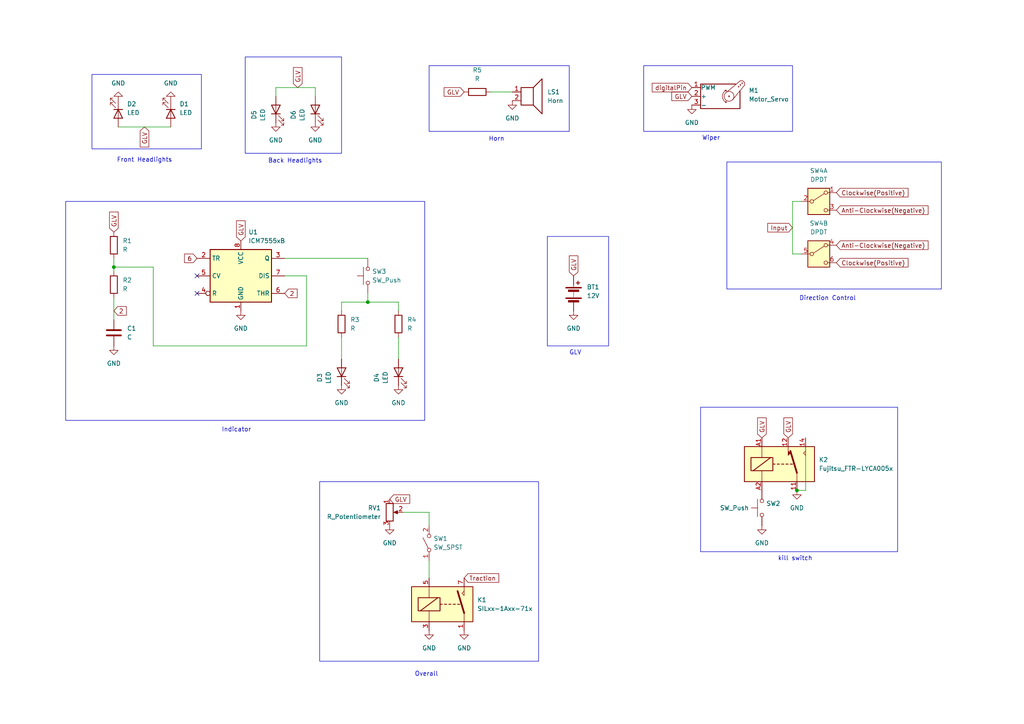
<source format=kicad_sch>
(kicad_sch (version 20231120) (generator "eeschema") (generator_version "8.0")
  (paper "A4")
  (lib_symbols
    (symbol "Device:Battery" (pin_numbers hide) (pin_names (offset 0) hide)
      (property "Reference" "BT" (at 2.54 2.54 0))
      (property "Value" "Battery" (at 2.54 0 0))
      (symbol "Battery_0_1"
        (rectangle (start -2.286 -1.27) (end 2.286 -1.524) (fill (type outline)))
        (rectangle (start -2.286 1.778) (end 2.286 1.524) (fill (type outline)))
        (rectangle (start -1.524 -2.032) (end 1.524 -2.54) (fill (type outline)))
        (rectangle (start -1.524 1.016) (end 1.524 0.508) (fill (type outline)))
        (polyline (pts (xy 0 -1.016) (xy 0 -0.762)))
        (polyline (pts (xy 0 -0.508) (xy 0 -0.254)))
        (polyline (pts (xy 0 0) (xy 0 0.254)))
        (polyline (pts (xy 0 1.778) (xy 0 2.54)))
        (polyline (pts (xy 0.762 3.048) (xy 1.778 3.048)) (stroke (width 0.254)))
        (polyline (pts (xy 1.27 3.556) (xy 1.27 2.54)) (stroke (width 0.254)))
      )
      (symbol "Battery_1_1"
        (pin passive line (at 0 5.08 270) (length 2.54) (name "+") (number "1"))
        (pin passive line (at 0 -5.08 90) (length 2.54) (name "-") (number "2"))
      )
    )
    (symbol "Device:C" (pin_numbers hide) (pin_names (offset 0.254))
      (property "Reference" "C" (at 0.635 2.54 0))
      (property "Value" "C" (at 0.635 -2.54 0))
      (symbol "C_0_1"
        (polyline (pts (xy -2.032 -0.762) (xy 2.032 -0.762)) (stroke (width 0.508)))
        (polyline (pts (xy -2.032 0.762) (xy 2.032 0.762)) (stroke (width 0.508)))
      )
      (symbol "C_1_1"
        (pin passive line (at 0 3.81 270) (length 2.794) (name "~") (number "1"))
        (pin passive line (at 0 -3.81 90) (length 2.794) (name "~") (number "2"))
      )
    )
    (symbol "Device:LED" (pin_numbers hide) (pin_names (offset 1.016) hide)
      (property "Reference" "D" (at 0 2.54 0))
      (property "Value" "LED" (at 0 -2.54 0))
      (symbol "LED_0_1"
        (polyline (pts (xy -1.27 -1.27) (xy -1.27 1.27)) (stroke (width 0.254)))
        (polyline (pts (xy -1.27 0) (xy 1.27 0)))
        (polyline (pts (xy 1.27 -1.27) (xy 1.27 1.27) (xy -1.27 0) (xy 1.27 -1.27)) (stroke (width 0.254)))
        (polyline (pts (xy -3.048 -0.762) (xy -4.572 -2.286) (xy -3.81 -2.286) (xy -4.572 -2.286) (xy -4.572 -1.524)))
        (polyline (pts (xy -1.778 -0.762) (xy -3.302 -2.286) (xy -2.54 -2.286) (xy -3.302 -2.286) (xy -3.302 -1.524)))
      )
      (symbol "LED_1_1"
        (pin passive line (at -3.81 0 0) (length 2.54) (name "K") (number "1"))
        (pin passive line (at 3.81 0 180) (length 2.54) (name "A") (number "2"))
      )
    )
    (symbol "Device:R" (pin_numbers hide) (pin_names (offset 0))
      (property "Reference" "R" (at 2.032 0 90))
      (property "Value" "R" (at 0 0 90))
      (symbol "R_0_1"
        (rectangle (start -1.016 -2.54) (end 1.016 2.54) (stroke (width 0.254)))
      )
      (symbol "R_1_1"
        (pin passive line (at 0 3.81 270) (length 1.27) (name "~") (number "1"))
        (pin passive line (at 0 -3.81 90) (length 1.27) (name "~") (number "2"))
      )
    )
    (symbol "Device:R_Potentiometer" (pin_names (offset 1.016) hide)
      (property "Reference" "RV" (at -4.445 0 90))
      (property "Value" "R_Potentiometer" (at -2.54 0 90))
      (symbol "R_Potentiometer_0_1"
        (polyline (pts (xy 2.54 0) (xy 1.524 0)))
        (polyline (pts (xy 1.143 0) (xy 2.286 0.508) (xy 2.286 -0.508) (xy 1.143 0)) (fill (type outline)))
        (rectangle (start 1.016 2.54) (end -1.016 -2.54) (stroke (width 0.254)))
      )
      (symbol "R_Potentiometer_1_1"
        (pin passive line (at 0 3.81 270) (length 1.27) (name "1") (number "1"))
        (pin passive line (at 3.81 0 180) (length 1.27) (name "2") (number "2"))
        (pin passive line (at 0 -3.81 90) (length 1.27) (name "3") (number "3"))
      )
    )
    (symbol "Device:Speaker" (pin_names (offset 0) hide)
      (property "Reference" "LS" (at 1.27 5.715 0))
      (property "Value" "Speaker" (at 1.27 3.81 0))
      (symbol "Speaker_0_0"
        (rectangle (start -2.54 1.27) (end 1.016 -3.81) (stroke (width 0.254)))
        (polyline (pts (xy 1.016 1.27) (xy 3.556 3.81) (xy 3.556 -6.35) (xy 1.016 -3.81)) (stroke (width 0.254)))
      )
      (symbol "Speaker_1_1"
        (pin input line (at -5.08 0 0) (length 2.54) (name "1") (number "1"))
        (pin input line (at -5.08 -2.54 0) (length 2.54) (name "2") (number "2"))
      )
    )
    (symbol "Motor:Motor_Servo" (pin_names (offset 0.0254))
      (property "Reference" "M" (at -5.08 4.445 0))
      (property "Value" "Motor_Servo" (at -5.08 -4.064 0))
      (symbol "Motor_Servo_0_1"
        (polyline (pts (xy 2.413 -1.778) (xy 2.032 -1.778)))
        (polyline (pts (xy 2.413 -1.778) (xy 2.286 -1.397)))
        (polyline (pts (xy 2.413 1.778) (xy 1.905 1.778)))
        (polyline (pts (xy 2.413 1.778) (xy 2.286 1.397)))
        (polyline (pts (xy 6.35 4.445) (xy 2.54 1.27)))
        (polyline (pts (xy 7.62 3.175) (xy 4.191 -1.016)))
        (polyline (pts (xy 5.08 3.556) (xy -5.08 3.556) (xy -5.08 -3.556) (xy 6.35 -3.556) (xy 6.35 1.524)) (stroke (width 0.254)))
        (arc (start 2.413 1.778) (mid 1.2406 0) (end 2.413 -1.778))
        (circle (center 3.175 0) (radius 0.1778))
        (circle (center 3.175 0) (radius 1.4224))
        (circle (center 5.969 2.794) (radius 0.127))
        (circle (center 6.477 3.302) (radius 0.127))
        (circle (center 6.985 3.81) (radius 0.127))
        (arc (start 7.62 3.175) (mid 7.4485 4.2735) (end 6.35 4.445))
      )
      (symbol "Motor_Servo_1_1"
        (pin passive line (at -7.62 2.54 0) (length 2.54) (name "PWM") (number "1"))
        (pin passive line (at -7.62 0 0) (length 2.54) (name "+") (number "2"))
        (pin passive line (at -7.62 -2.54 0) (length 2.54) (name "-") (number "3"))
      )
    )
    (symbol "Relay:Fujitsu_FTR-LYCA005x"
      (property "Reference" "K" (at 11.43 3.81 0))
      (property "Value" "Fujitsu_FTR-LYCA005x" (at 11.43 1.27 0))
      (symbol "Fujitsu_FTR-LYCA005x_0_0"
        (polyline (pts (xy 7.62 5.08) (xy 7.62 2.54) (xy 6.985 3.175) (xy 7.62 3.81)))
      )
      (symbol "Fujitsu_FTR-LYCA005x_0_1"
        (rectangle (start -10.16 5.08) (end 10.16 -5.08) (stroke (width 0.254)) (fill (type background)))
        (rectangle (start -8.255 1.905) (end -1.905 -1.905) (stroke (width 0.254)))
        (polyline (pts (xy -7.62 -1.905) (xy -2.54 1.905)) (stroke (width 0.254)))
        (polyline (pts (xy -5.08 -5.08) (xy -5.08 -1.905)))
        (polyline (pts (xy -5.08 5.08) (xy -5.08 1.905)))
        (polyline (pts (xy -1.905 0) (xy -1.27 0)) (stroke (width 0.254)))
        (polyline (pts (xy -0.635 0) (xy 0 0)) (stroke (width 0.254)))
        (polyline (pts (xy 0.635 0) (xy 1.27 0)) (stroke (width 0.254)))
        (polyline (pts (xy 1.905 0) (xy 2.54 0)) (stroke (width 0.254)))
        (polyline (pts (xy 3.175 0) (xy 3.81 0)) (stroke (width 0.254)))
        (polyline (pts (xy 5.08 -2.54) (xy 3.175 3.81)) (stroke (width 0.508)))
        (polyline (pts (xy 5.08 -2.54) (xy 5.08 -5.08)))
        (polyline (pts (xy 2.54 5.08) (xy 2.54 2.54) (xy 3.175 3.175) (xy 2.54 3.81)) (fill (type outline)))
      )
      (symbol "Fujitsu_FTR-LYCA005x_1_1"
        (pin passive line (at 5.08 -7.62 90) (length 2.54) (name "~") (number "11"))
        (pin passive line (at 2.54 7.62 270) (length 2.54) (name "~") (number "12"))
        (pin passive line (at 7.62 7.62 270) (length 2.54) (name "~") (number "14"))
        (pin passive line (at -5.08 7.62 270) (length 2.54) (name "~") (number "A1"))
        (pin passive line (at -5.08 -7.62 90) (length 2.54) (name "~") (number "A2"))
      )
    )
    (symbol "Relay:SILxx-1Axx-71x"
      (property "Reference" "K" (at 8.89 3.81 0))
      (property "Value" "SILxx-1Axx-71x" (at 8.89 1.27 0))
      (symbol "SILxx-1Axx-71x_0_0"
        (polyline (pts (xy 5.08 5.08) (xy 5.08 2.54) (xy 4.445 3.175) (xy 5.08 3.81)))
      )
      (symbol "SILxx-1Axx-71x_0_1"
        (rectangle (start -10.16 5.08) (end 7.62 -5.08) (stroke (width 0.254)) (fill (type background)))
        (rectangle (start -8.255 1.905) (end -1.905 -1.905) (stroke (width 0.254)))
        (polyline (pts (xy -7.62 -1.905) (xy -2.54 1.905)) (stroke (width 0.254)))
        (polyline (pts (xy -5.08 -5.08) (xy -5.08 -1.905)))
        (polyline (pts (xy -5.08 5.08) (xy -5.08 1.905)))
        (polyline (pts (xy -1.905 0) (xy -1.27 0)) (stroke (width 0.254)))
        (polyline (pts (xy -0.635 0) (xy 0 0)) (stroke (width 0.254)))
        (polyline (pts (xy 0.635 0) (xy 1.27 0)) (stroke (width 0.254)))
        (polyline (pts (xy 1.905 0) (xy 2.54 0)) (stroke (width 0.254)))
        (polyline (pts (xy 3.175 0) (xy 3.81 0)) (stroke (width 0.254)))
        (polyline (pts (xy 5.08 -2.54) (xy 3.175 3.81)) (stroke (width 0.508)))
        (polyline (pts (xy 5.08 -2.54) (xy 5.08 -5.08)))
      )
      (symbol "SILxx-1Axx-71x_1_1"
        (pin passive line (at 5.08 -7.62 90) (length 2.54) (name "~") (number "1"))
        (pin passive line (at -5.08 -7.62 90) (length 2.54) (name "~") (number "3"))
        (pin passive line (at -5.08 7.62 270) (length 2.54) (name "~") (number "5"))
        (pin passive line (at 5.08 7.62 270) (length 2.54) (name "~") (number "7"))
      )
    )
    (symbol "Switch:SW_DPDT_x2" (pin_names (offset 0) hide)
      (property "Reference" "SW" (at 0 5.08 0))
      (property "Value" "SW_DPDT_x2" (at 0 -5.08 0))
      (symbol "SW_DPDT_x2_0_0"
        (circle (center -2.032 0) (radius 0.508))
        (circle (center 2.032 -2.54) (radius 0.508))
      )
      (symbol "SW_DPDT_x2_0_1"
        (rectangle (start -3.175 3.81) (end 3.175 -3.81) (stroke (width 0.254)) (fill (type background)))
        (polyline (pts (xy -1.524 0.254) (xy 1.5748 2.286)))
        (circle (center 2.032 2.54) (radius 0.508))
      )
      (symbol "SW_DPDT_x2_1_1"
        (pin passive line (at 5.08 2.54 180) (length 2.54) (name "A") (number "1"))
        (pin passive line (at -5.08 0 0) (length 2.54) (name "B") (number "2"))
        (pin passive line (at 5.08 -2.54 180) (length 2.54) (name "C") (number "3"))
      )
      (symbol "SW_DPDT_x2_2_1"
        (pin passive line (at 5.08 2.54 180) (length 2.54) (name "A") (number "4"))
        (pin passive line (at -5.08 0 0) (length 2.54) (name "B") (number "5"))
        (pin passive line (at 5.08 -2.54 180) (length 2.54) (name "C") (number "6"))
      )
    )
    (symbol "Switch:SW_Push" (pin_numbers hide) (pin_names (offset 1.016) hide)
      (property "Reference" "SW" (at 1.27 2.54 0))
      (property "Value" "SW_Push" (at 0 -1.524 0))
      (symbol "SW_Push_0_1"
        (circle (center -2.032 0) (radius 0.508))
        (polyline (pts (xy 0 1.27) (xy 0 3.048)))
        (polyline (pts (xy 2.54 1.27) (xy -2.54 1.27)))
        (circle (center 2.032 0) (radius 0.508))
        (pin passive line (at -5.08 0 0) (length 2.54) (name "1") (number "1"))
        (pin passive line (at 5.08 0 180) (length 2.54) (name "2") (number "2"))
      )
    )
    (symbol "Switch:SW_SPST" (pin_names (offset 0) hide)
      (property "Reference" "SW" (at 0 3.175 0))
      (property "Value" "SW_SPST" (at 0 -2.54 0))
      (symbol "SW_SPST_0_0"
        (circle (center -2.032 0) (radius 0.508))
        (polyline (pts (xy -1.524 0.254) (xy 1.524 1.778)))
        (circle (center 2.032 0) (radius 0.508))
      )
      (symbol "SW_SPST_1_1"
        (pin passive line (at -5.08 0 0) (length 2.54) (name "A") (number "1"))
        (pin passive line (at 5.08 0 180) (length 2.54) (name "B") (number "2"))
      )
    )
    (symbol "Timer:ICM7555xB"
      (property "Reference" "U" (at -10.16 8.89 0))
      (property "Value" "ICM7555xB" (at 2.54 8.89 0))
      (symbol "ICM7555xB_0_0"
        (pin power_in line (at 0 -10.16 90) (length 2.54) (name "GND") (number "1"))
        (pin power_in line (at 0 10.16 270) (length 2.54) (name "VCC") (number "8"))
      )
      (symbol "ICM7555xB_0_1"
        (rectangle (start -8.89 -7.62) (end 8.89 7.62) (stroke (width 0.254)) (fill (type background)))
        (rectangle (start -8.89 -7.62) (end 8.89 7.62) (stroke (width 0.254)) (fill (type background)))
      )
      (symbol "ICM7555xB_1_1"
        (pin input line (at -12.7 5.08 0) (length 3.81) (name "TR") (number "2"))
        (pin output line (at 12.7 5.08 180) (length 3.81) (name "Q") (number "3"))
        (pin input inverted (at -12.7 -5.08 0) (length 3.81) (name "R") (number "4"))
        (pin input line (at -12.7 0 0) (length 3.81) (name "CV") (number "5"))
        (pin input line (at 12.7 -5.08 180) (length 3.81) (name "THR") (number "6"))
        (pin input line (at 12.7 0 180) (length 3.81) (name "DIS") (number "7"))
      )
    )
    (symbol "power:GND" (power) (pin_numbers hide) (pin_names (offset 0) hide)
      (property "Value" "GND" (at 0 -3.81 0))
      (symbol "GND_0_1"
        (polyline (pts (xy 0 0) (xy 0 -1.27) (xy 1.27 -1.27) (xy 0 -2.54) (xy -1.27 -1.27) (xy 0 -1.27)))
      )
      (symbol "GND_1_1"
        (pin power_in line (at 0 0 270) (length 0) (name "~") (number "1"))
      )
    )
  )
  (junction (at 231.14 142.24))
  (junction (at 106.68 87.63))
  (junction (at 33.02 77.47))
  (no_connect (at 57.15 85.09))
  (no_connect (at 57.15 80.01))
  (wire (pts (xy 88.9 100.33) (xy 44.45 100.33)))
  (wire (pts (xy 124.46 162.56) (xy 124.46 167.64)))
  (wire (pts (xy 106.68 85.09) (xy 106.68 87.63)))
  (wire (pts (xy 80.01 25.4) (xy 91.44 25.4)))
  (wire (pts (xy 99.06 97.79) (xy 99.06 104.14)))
  (wire (pts (xy 91.44 25.4) (xy 91.44 27.94)))
  (wire (pts (xy 82.55 74.93) (xy 106.68 74.93)))
  (wire (pts (xy 99.06 87.63) (xy 99.06 90.17)))
  (wire (pts (xy 115.57 97.79) (xy 115.57 104.14)))
  (wire (pts (xy 232.41 58.42) (xy 229.87 58.42)))
  (wire (pts (xy 88.9 80.01) (xy 88.9 100.33)))
  (wire (pts (xy 115.57 90.17) (xy 115.57 87.63)))
  (wire (pts (xy 44.45 77.47) (xy 33.02 77.47)))
  (wire (pts (xy 44.45 100.33) (xy 44.45 77.47)))
  (wire (pts (xy 82.55 80.01) (xy 88.9 80.01)))
  (wire (pts (xy 34.29 36.83) (xy 49.53 36.83)))
  (wire (pts (xy 124.46 152.4) (xy 124.46 148.59)))
  (wire (pts (xy 233.68 142.24) (xy 231.14 142.24)))
  (wire (pts (xy 142.24 26.67) (xy 148.59 26.67)))
  (wire (pts (xy 33.02 74.93) (xy 33.02 77.47)))
  (wire (pts (xy 33.02 77.47) (xy 33.02 78.74)))
  (wire (pts (xy 33.02 86.36) (xy 33.02 92.71)))
  (wire (pts (xy 106.68 87.63) (xy 115.57 87.63)))
  (wire (pts (xy 233.68 127) (xy 233.68 142.24)))
  (wire (pts (xy 229.87 58.42) (xy 229.87 73.66)))
  (wire (pts (xy 229.87 73.66) (xy 232.41 73.66)))
  (wire (pts (xy 106.68 87.63) (xy 99.06 87.63)))
  (wire (pts (xy 116.84 148.59) (xy 124.46 148.59)))
  (wire (pts (xy 80.01 27.94) (xy 80.01 25.4)))
  (rectangle (start 186.69 19.05) (end 229.87 38.1))
  (rectangle (start 19.05 58.42) (end 123.19 121.92))
  (rectangle (start 26.67 21.59) (end 58.42 43.18))
  (rectangle (start 210.82 46.99) (end 273.05 83.82))
  (rectangle (start 203.2 118.11) (end 260.35 160.02))
  (rectangle (start 158.75 68.58) (end 176.53 100.33))
  (rectangle (start 92.71 139.7) (end 156.21 191.77))
  (rectangle (start 71.12 16.51) (end 99.06 44.45))
  (rectangle (start 124.46 19.05) (end 165.1 38.1))
  (text "Wiper\n" (at 206.248 40.132 0) (effects (font (size 1.27 1.27))))
  (text "kill switch" (at 230.632 162.052 0) (effects (font (size 1.27 1.27))))
  (text "Horn\n" (at 144.018 40.386 0) (effects (font (size 1.27 1.27))))
  (text "Indicator\n" (at 68.58 124.714 0) (effects (font (size 1.27 1.27))))
  (text "Back Headlights\n" (at 85.598 46.736 0) (effects (font (size 1.27 1.27))))
  (text "GLV" (at 166.878 102.362 0) (effects (font (size 1.27 1.27))))
  (text "Overall" (at 123.698 195.58 0) (effects (font (size 1.27 1.27))))
  (text "Direction Control " (at 240.538 86.614 0) (effects (font (size 1.27 1.27))))
  (text "Front Headlights\n" (at 41.91 46.482 0) (effects (font (size 1.27 1.27))))
  (global_label "GLV" (shape input) (at 41.91 36.83 270) (property "Intersheetrefs" "${INTERSHEET_REFS}" (effects (hide yes))))
  (global_label "GLV" (shape input) (at 69.85 69.85 90) (property "Intersheetrefs" "${INTERSHEET_REFS}" (effects (hide yes))))
  (global_label "Anti-Clockwise(Negative)" (shape input) (at 242.57 71.12 0) (property "Intersheetrefs" "${INTERSHEET_REFS}" (effects (hide yes))))
  (global_label "digitalPin" (shape input) (at 200.66 25.4 180) (property "Intersheetrefs" "${INTERSHEET_REFS}" (effects (hide yes))))
  (global_label "GLV" (shape input) (at 86.36 25.4 90) (property "Intersheetrefs" "${INTERSHEET_REFS}" (effects (hide yes))))
  (global_label "Clockwise(Positive)" (shape input) (at 242.57 76.2 0) (property "Intersheetrefs" "${INTERSHEET_REFS}" (effects (hide yes))))
  (global_label "GLV" (shape input) (at 166.37 80.01 90) (property "Intersheetrefs" "${INTERSHEET_REFS}" (effects (hide yes))))
  (global_label "6" (shape input) (at 57.15 74.93 180) (property "Intersheetrefs" "${INTERSHEET_REFS}" (effects (hide yes))))
  (global_label "Input" (shape input) (at 229.87 66.04 180) (property "Intersheetrefs" "${INTERSHEET_REFS}" (effects (hide yes))))
  (global_label "2" (shape input) (at 82.55 85.09 0) (property "Intersheetrefs" "${INTERSHEET_REFS}" (effects (hide yes))))
  (global_label "GLV" (shape input) (at 134.62 26.67 180) (property "Intersheetrefs" "${INTERSHEET_REFS}" (effects (hide yes))))
  (global_label "Traction" (shape input) (at 134.62 167.64 0) (property "Intersheetrefs" "${INTERSHEET_REFS}" (effects (hide yes))))
  (global_label "Anti-Clockwise(Negative)" (shape input) (at 242.57 60.96 0) (property "Intersheetrefs" "${INTERSHEET_REFS}" (effects (hide yes))))
  (global_label "GLV" (shape input) (at 228.6 127 90) (property "Intersheetrefs" "${INTERSHEET_REFS}" (effects (hide yes))))
  (global_label "Clockwise(Positive)" (shape input) (at 242.57 55.88 0) (property "Intersheetrefs" "${INTERSHEET_REFS}" (effects (hide yes))))
  (global_label "GLV" (shape input) (at 220.98 127 90) (property "Intersheetrefs" "${INTERSHEET_REFS}" (effects (hide yes))))
  (global_label "GLV" (shape input) (at 200.66 27.94 180) (property "Intersheetrefs" "${INTERSHEET_REFS}" (effects (hide yes))))
  (global_label "GLV" (shape input) (at 113.03 144.78 0) (property "Intersheetrefs" "${INTERSHEET_REFS}" (effects (hide yes))))
  (global_label "2" (shape input) (at 33.02 90.17 0) (property "Intersheetrefs" "${INTERSHEET_REFS}" (effects (hide yes))))
  (global_label "GLV" (shape input) (at 33.02 67.31 90) (property "Intersheetrefs" "${INTERSHEET_REFS}" (effects (hide yes))))
  (symbol (lib_id "power:GND") (at 113.03 152.4 0) (unit 1)
    (property "Reference" "#PWR03" (effects (hide yes)))
    (property "Value" "GND" (at 113.03 157.48 0))
    (property "Description" "Power symbol creates a global label with name \"GND\" , ground" (effects (hide yes)))
  )
  (symbol (lib_id "power:GND") (at 124.46 182.88 0) (unit 1)
    (property "Reference" "#PWR01" (effects (hide yes)))
    (property "Value" "GND" (at 124.46 187.96 0))
    (property "Description" "Power symbol creates a global label with name \"GND\" , ground" (effects (hide yes)))
  )
  (symbol (lib_id "Device:R_Potentiometer") (at 113.03 148.59 0) (unit 1)
    (property "Reference" "RV1" (at 110.49 147.3199 0) (effects (justify right)))
    (property "Value" "R_Potentiometer" (at 110.49 149.8599 0) (effects (justify right)))
    (property "Description" "Potentiometer" (effects (hide yes)))
  )
  (symbol (lib_id "Switch:SW_Push") (at 106.68 80.01 90) (unit 1)
    (property "Reference" "SW3" (at 107.95 78.7399 90) (effects (justify right)))
    (property "Value" "SW_Push" (at 107.95 81.2799 90) (effects (justify right)))
    (property "Description" "Push button switch, generic, two pins" (effects (hide yes)))
  )
  (symbol (lib_id "Timer:ICM7555xB") (at 69.85 80.01 0) (unit 1)
    (property "Reference" "U1" (at 72.0441 67.31 0) (effects (justify left)))
    (property "Value" "ICM7555xB" (at 72.0441 69.85 0) (effects (justify left)))
    (property "Footprint" "Package_SO:SOIC-8_3.9x4.9mm_P1.27mm" (effects (hide yes)))
    (property "Datasheet" "http://www.intersil.com/content/dam/Intersil/documents/icm7/icm7555-56.pdf" (effects (hide yes)))
    (property "Description" "CMOS General Purpose Timer, 555 compatible, SOIC-8" (effects (hide yes)))
  )
  (symbol (lib_id "power:GND") (at 231.14 142.24 0) (unit 1)
    (property "Reference" "#PWR04" (effects (hide yes)))
    (property "Value" "GND" (at 231.14 147.32 0))
    (property "Description" "Power symbol creates a global label with name \"GND\" , ground" (effects (hide yes)))
  )
  (symbol (lib_id "Switch:SW_DPDT_x2") (at 237.49 58.42 0) (unit 1)
    (property "Reference" "SW4" (at 237.49 49.53 0))
    (property "Value" "DPDT" (at 237.49 52.07 0))
    (property "Description" "Switch, dual pole double throw, separate symbols" (effects (hide yes)))
  )
  (symbol (lib_id "power:GND") (at 220.98 152.4 0) (unit 1)
    (property "Reference" "#PWR05" (effects (hide yes)))
    (property "Value" "GND" (at 220.98 157.48 0))
    (property "Description" "Power symbol creates a global label with name \"GND\" , ground" (effects (hide yes)))
  )
  (symbol (lib_id "Switch:SW_Push") (at 220.98 147.32 90) (unit 1)
    (property "Reference" "SW2" (at 222.25 146.0499 90) (effects (justify right)))
    (property "Value" "SW_Push" (at 208.788 147.32 90) (effects (justify right)))
    (property "Description" "Push button switch, generic, two pins" (effects (hide yes)))
  )
  (symbol (lib_id "Device:LED") (at 49.53 33.02 270) (unit 1)
    (property "Reference" "D1" (at 52.07 30.1624 90) (effects (justify left)))
    (property "Value" "LED" (at 52.07 32.7024 90) (effects (justify left)))
    (property "Description" "Light emitting diode" (effects (hide yes)))
  )
  (symbol (lib_id "power:GND") (at 80.01 35.56 0) (unit 1)
    (property "Reference" "#PWR012" (effects (hide yes)))
    (property "Value" "GND" (at 80.01 40.64 0))
    (property "Description" "Power symbol creates a global label with name \"GND\" , ground" (effects (hide yes)))
  )
  (symbol (lib_id "Relay:SILxx-1Axx-71x") (at 129.54 175.26 0) (unit 1)
    (property "Reference" "K1" (at 138.43 173.9899 0) (effects (justify left)))
    (property "Value" "SILxx-1Axx-71x" (at 138.43 176.5299 0) (effects (justify left)))
    (property "Footprint" "Relay_THT:Relay_SPST_StandexMeder_SIL_Form1A" (effects (hide yes)))
    (property "Datasheet" "https://standexelectronics.com/wp-content/uploads/datasheet_reed_relay_SIL.pdf" (effects (hide yes)))
    (property "Description" "Standex Meder SIL reed relay, SPST, Closing Contact" (effects (hide yes)))
  )
  (symbol (lib_id "power:GND") (at 91.44 35.56 0) (unit 1)
    (property "Reference" "#PWR013" (effects (hide yes)))
    (property "Value" "GND" (at 91.44 40.64 0))
    (property "Description" "Power symbol creates a global label with name \"GND\" , ground" (effects (hide yes)))
  )
  (symbol (lib_id "Device:R") (at 33.02 71.12 0) (unit 1)
    (property "Reference" "R1" (at 35.56 69.8499 0) (effects (justify left)))
    (property "Value" "R" (at 35.56 72.3899 0) (effects (justify left)))
    (property "Description" "Resistor" (effects (hide yes)))
  )
  (symbol (lib_id "Relay:Fujitsu_FTR-LYCA005x") (at 226.06 134.62 0) (unit 1)
    (property "Reference" "K2" (at 237.49 133.3499 0) (effects (justify left)))
    (property "Value" "Fujitsu_FTR-LYCA005x" (at 237.49 135.8899 0) (effects (justify left)))
    (property "Footprint" "Relay_THT:Relay_SPDT_Fujitsu_FTR-LYCA005x_FormC_Vertical" (effects (hide yes)))
    (property "Datasheet" "https://www.fujitsu.com/sg/imagesgig5/ftr-ly.pdf" (effects (hide yes)))
    (property "Description" "Relay, SPDT Form C, vertical mount, 5-60V coil, 6A, 250VAC, 28 x 5 x 15mm" (effects (hide yes)))
  )
  (symbol (lib_id "Device:R") (at 115.57 93.98 0) (unit 1)
    (property "Reference" "R4" (at 118.11 92.7099 0) (effects (justify left)))
    (property "Value" "R" (at 118.11 95.2499 0) (effects (justify left)))
    (property "Description" "Resistor" (effects (hide yes)))
  )
  (symbol (lib_id "Device:LED") (at 80.01 31.75 90) (unit 1)
    (property "Reference" "D5" (at 73.66 33.3375 0))
    (property "Value" "LED" (at 76.2 33.3375 0))
    (property "Description" "Light emitting diode" (effects (hide yes)))
  )
  (symbol (lib_id "Device:Battery") (at 166.37 85.09 0) (unit 1)
    (property "Reference" "BT1" (at 170.18 83.2484 0) (effects (justify left)))
    (property "Value" "12V" (at 170.18 85.7884 0) (effects (justify left)))
    (property "Description" "Multiple-cell battery" (effects (hide yes)))
  )
  (symbol (lib_id "Device:R") (at 138.43 26.67 90) (unit 1)
    (property "Reference" "R5" (at 138.43 20.32 90))
    (property "Value" "R" (at 138.43 22.86 90))
    (property "Description" "Resistor" (effects (hide yes)))
  )
  (symbol (lib_id "Device:LED") (at 99.06 107.95 90) (unit 1)
    (property "Reference" "D3" (at 92.71 109.5375 0))
    (property "Value" "LED" (at 95.25 109.5375 0))
    (property "Description" "Light emitting diode" (effects (hide yes)))
  )
  (symbol (lib_id "Switch:SW_DPDT_x2") (at 237.49 73.66 0) (unit 2)
    (property "Reference" "SW4" (at 237.49 64.77 0))
    (property "Value" "DPDT" (at 237.49 67.31 0))
    (property "Description" "Switch, dual pole double throw, separate symbols" (effects (hide yes)))
  )
  (symbol (lib_id "Device:R") (at 33.02 82.55 0) (unit 1)
    (property "Reference" "R2" (at 35.56 81.2799 0) (effects (justify left)))
    (property "Value" "R" (at 35.56 83.8199 0) (effects (justify left)))
    (property "Description" "Resistor" (effects (hide yes)))
  )
  (symbol (lib_id "power:GND") (at 33.02 100.33 0) (unit 1)
    (property "Reference" "#PWR09" (effects (hide yes)))
    (property "Value" "GND" (at 33.02 105.41 0))
    (property "Description" "Power symbol creates a global label with name \"GND\" , ground" (effects (hide yes)))
  )
  (symbol (lib_id "Device:R") (at 99.06 93.98 0) (unit 1)
    (property "Reference" "R3" (at 101.6 92.7099 0) (effects (justify left)))
    (property "Value" "R" (at 101.6 95.2499 0) (effects (justify left)))
    (property "Description" "Resistor" (effects (hide yes)))
  )
  (symbol (lib_id "power:GND") (at 99.06 111.76 0) (unit 1)
    (property "Reference" "#PWR011" (effects (hide yes)))
    (property "Value" "GND" (at 99.06 116.84 0))
    (property "Description" "Power symbol creates a global label with name \"GND\" , ground" (effects (hide yes)))
  )
  (symbol (lib_id "Device:LED") (at 91.44 31.75 90) (unit 1)
    (property "Reference" "D6" (at 85.09 33.3375 0))
    (property "Value" "LED" (at 87.63 33.3375 0))
    (property "Description" "Light emitting diode" (effects (hide yes)))
  )
  (symbol (lib_id "Device:Speaker") (at 153.67 26.67 0) (unit 1)
    (property "Reference" "LS1" (at 158.75 26.6699 0) (effects (justify left)))
    (property "Value" "Horn" (at 158.75 29.2099 0) (effects (justify left)))
    (property "Description" "Speaker" (effects (hide yes)))
  )
  (symbol (lib_id "power:GND") (at 49.53 29.21 180) (unit 1)
    (property "Reference" "#PWR06" (effects (hide yes)))
    (property "Value" "GND" (at 49.53 24.13 0))
    (property "Description" "Power symbol creates a global label with name \"GND\" , ground" (effects (hide yes)))
  )
  (symbol (lib_id "power:GND") (at 134.62 182.88 0) (unit 1)
    (property "Reference" "#PWR02" (effects (hide yes)))
    (property "Value" "GND" (at 134.62 187.96 0))
    (property "Description" "Power symbol creates a global label with name \"GND\" , ground" (effects (hide yes)))
  )
  (symbol (lib_id "Device:C") (at 33.02 96.52 0) (unit 1)
    (property "Reference" "C1" (at 36.83 95.2499 0) (effects (justify left)))
    (property "Value" "C" (at 36.83 97.7899 0) (effects (justify left)))
    (property "Description" "Unpolarized capacitor" (effects (hide yes)))
  )
  (symbol (lib_id "power:GND") (at 34.29 29.21 180) (unit 1)
    (property "Reference" "#PWR07" (effects (hide yes)))
    (property "Value" "GND" (at 34.29 24.13 0))
    (property "Description" "Power symbol creates a global label with name \"GND\" , ground" (effects (hide yes)))
  )
  (symbol (lib_id "Switch:SW_SPST") (at 124.46 157.48 90) (unit 1)
    (property "Reference" "SW1" (at 125.73 156.2099 90) (effects (justify right)))
    (property "Value" "SW_SPST" (at 125.73 158.7499 90) (effects (justify right)))
    (property "Description" "Single Pole Single Throw (SPST) switch" (effects (hide yes)))
  )
  (symbol (lib_id "Device:LED") (at 115.57 107.95 90) (unit 1)
    (property "Reference" "D4" (at 109.22 109.5375 0))
    (property "Value" "LED" (at 111.76 109.5375 0))
    (property "Description" "Light emitting diode" (effects (hide yes)))
  )
  (symbol (lib_id "power:GND") (at 148.59 29.21 0) (unit 1)
    (property "Reference" "#PWR014" (effects (hide yes)))
    (property "Value" "GND" (at 148.59 34.29 0))
    (property "Description" "Power symbol creates a global label with name \"GND\" , ground" (effects (hide yes)))
  )
  (symbol (lib_id "power:GND") (at 115.57 111.76 0) (unit 1)
    (property "Reference" "#PWR010" (effects (hide yes)))
    (property "Value" "GND" (at 115.57 116.84 0))
    (property "Description" "Power symbol creates a global label with name \"GND\" , ground" (effects (hide yes)))
  )
  (symbol (lib_id "Motor:Motor_Servo") (at 208.28 27.94 0) (unit 1)
    (property "Reference" "M1" (at 217.17 26.2365 0) (effects (justify left)))
    (property "Value" "Motor_Servo" (at 217.17 28.7765 0) (effects (justify left)))
    (property "Datasheet" "http://forums.parallax.com/uploads/attachments/46831/74481.png" (effects (hide yes)))
    (property "Description" "Servo Motor (Futaba, HiTec, JR connector)" (effects (hide yes)))
  )
  (symbol (lib_id "power:GND") (at 69.85 90.17 0) (unit 1)
    (property "Reference" "#PWR08" (effects (hide yes)))
    (property "Value" "GND" (at 69.85 95.25 0))
    (property "Description" "Power symbol creates a global label with name \"GND\" , ground" (effects (hide yes)))
  )
  (symbol (lib_id "Device:LED") (at 34.29 33.02 270) (unit 1)
    (property "Reference" "D2" (at 36.83 30.1624 90) (effects (justify left)))
    (property "Value" "LED" (at 36.83 32.7024 90) (effects (justify left)))
    (property "Description" "Light emitting diode" (effects (hide yes)))
  )
  (symbol (lib_id "power:GND") (at 166.37 90.17 0) (unit 1)
    (property "Reference" "#PWR016" (effects (hide yes)))
    (property "Value" "GND" (at 166.37 95.25 0))
    (property "Description" "Power symbol creates a global label with name \"GND\" , ground" (effects (hide yes)))
  )
  (symbol (lib_id "power:GND") (at 200.66 30.48 0) (unit 1)
    (property "Reference" "#PWR015" (effects (hide yes)))
    (property "Value" "GND" (at 200.66 35.56 0))
    (property "Description" "Power symbol creates a global label with name \"GND\" , ground" (effects (hide yes)))
  )
)
</source>
